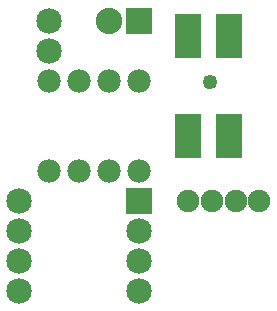
<source format=gts>
G04 MADE WITH FRITZING*
G04 WWW.FRITZING.ORG*
G04 DOUBLE SIDED*
G04 HOLES PLATED*
G04 CONTOUR ON CENTER OF CONTOUR VECTOR*
%ASAXBY*%
%FSLAX23Y23*%
%MOIN*%
%OFA0B0*%
%SFA1.0B1.0*%
%ADD10C,0.085000*%
%ADD11C,0.075000*%
%ADD12C,0.088000*%
%ADD13C,0.078000*%
%ADD14C,0.049370*%
%ADD15R,0.085000X0.085000*%
%ADD16R,0.088740X0.147795*%
%ADD17R,0.088000X0.088000*%
%ADD18C,0.030000*%
%LNMASK1*%
G90*
G70*
G54D10*
X155Y850D03*
X155Y950D03*
G54D11*
X618Y350D03*
X697Y350D03*
X776Y350D03*
X855Y350D03*
G54D10*
X455Y350D03*
X55Y350D03*
X455Y250D03*
X55Y250D03*
X455Y50D03*
X55Y50D03*
X455Y150D03*
X55Y150D03*
G54D12*
X455Y950D03*
X355Y950D03*
G54D13*
X455Y750D03*
X355Y750D03*
X255Y750D03*
X155Y750D03*
X155Y450D03*
X255Y450D03*
X355Y450D03*
X455Y450D03*
X455Y750D03*
X355Y750D03*
X255Y750D03*
X155Y750D03*
X155Y450D03*
X255Y450D03*
X355Y450D03*
X455Y450D03*
G54D14*
X691Y745D03*
G54D15*
X455Y350D03*
G54D16*
X617Y566D03*
X755Y566D03*
X755Y900D03*
X617Y900D03*
G54D17*
X455Y950D03*
G54D18*
G36*
X127Y878D02*
X182Y878D01*
X182Y823D01*
X127Y823D01*
X127Y878D01*
G37*
D02*
G36*
X427Y223D02*
X427Y278D01*
X482Y278D01*
X482Y223D01*
X427Y223D01*
G37*
D02*
G36*
X427Y23D02*
X427Y78D01*
X482Y78D01*
X482Y23D01*
X427Y23D01*
G37*
D02*
G36*
X427Y123D02*
X427Y178D01*
X482Y178D01*
X482Y123D01*
X427Y123D01*
G37*
D02*
G04 End of Mask1*
M02*
</source>
